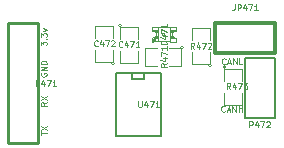
<source format=gto>
G04 (created by PCBNEW (2013-07-07 BZR 4022)-stable) date 25/01/2014 14:10:22*
%MOIN*%
G04 Gerber Fmt 3.4, Leading zero omitted, Abs format*
%FSLAX34Y34*%
G01*
G70*
G90*
G04 APERTURE LIST*
%ADD10C,0.00590551*%
%ADD11C,0.004*%
%ADD12C,0.0039*%
%ADD13C,0.0026*%
%ADD14C,0.002*%
%ADD15C,0.01*%
%ADD16C,0.006*%
%ADD17C,0.005*%
%ADD18C,0.012*%
%ADD19C,0.0043*%
G04 APERTURE END LIST*
G54D10*
G54D11*
X60493Y-71535D02*
X60484Y-71545D01*
X60456Y-71554D01*
X60437Y-71554D01*
X60409Y-71545D01*
X60390Y-71526D01*
X60381Y-71507D01*
X60371Y-71470D01*
X60371Y-71442D01*
X60381Y-71404D01*
X60390Y-71385D01*
X60409Y-71367D01*
X60437Y-71357D01*
X60456Y-71357D01*
X60484Y-71367D01*
X60493Y-71376D01*
X60568Y-71498D02*
X60662Y-71498D01*
X60549Y-71554D02*
X60615Y-71357D01*
X60681Y-71554D01*
X60746Y-71554D02*
X60746Y-71357D01*
X60859Y-71554D01*
X60859Y-71357D01*
X61047Y-71554D02*
X60953Y-71554D01*
X60953Y-71357D01*
X60470Y-73110D02*
X60460Y-73120D01*
X60432Y-73129D01*
X60413Y-73129D01*
X60385Y-73120D01*
X60366Y-73101D01*
X60357Y-73082D01*
X60348Y-73045D01*
X60348Y-73017D01*
X60357Y-72979D01*
X60366Y-72960D01*
X60385Y-72942D01*
X60413Y-72932D01*
X60432Y-72932D01*
X60460Y-72942D01*
X60470Y-72951D01*
X60545Y-73073D02*
X60639Y-73073D01*
X60526Y-73129D02*
X60592Y-72932D01*
X60657Y-73129D01*
X60723Y-73129D02*
X60723Y-72932D01*
X60836Y-73129D01*
X60836Y-72932D01*
X60929Y-73129D02*
X60929Y-72932D01*
X60929Y-73026D02*
X61042Y-73026D01*
X61042Y-73129D02*
X61042Y-72932D01*
X54332Y-73902D02*
X54332Y-73790D01*
X54529Y-73846D02*
X54332Y-73846D01*
X54332Y-73743D02*
X54529Y-73611D01*
X54332Y-73611D02*
X54529Y-73743D01*
X54529Y-72823D02*
X54435Y-72889D01*
X54529Y-72936D02*
X54332Y-72936D01*
X54332Y-72861D01*
X54342Y-72842D01*
X54351Y-72833D01*
X54370Y-72823D01*
X54398Y-72823D01*
X54417Y-72833D01*
X54426Y-72842D01*
X54435Y-72861D01*
X54435Y-72936D01*
X54332Y-72758D02*
X54529Y-72626D01*
X54332Y-72626D02*
X54529Y-72758D01*
X54342Y-71848D02*
X54332Y-71867D01*
X54332Y-71895D01*
X54342Y-71923D01*
X54360Y-71942D01*
X54379Y-71951D01*
X54417Y-71960D01*
X54445Y-71960D01*
X54482Y-71951D01*
X54501Y-71942D01*
X54520Y-71923D01*
X54529Y-71895D01*
X54529Y-71876D01*
X54520Y-71848D01*
X54510Y-71838D01*
X54445Y-71838D01*
X54445Y-71876D01*
X54529Y-71754D02*
X54332Y-71754D01*
X54529Y-71641D01*
X54332Y-71641D01*
X54529Y-71548D02*
X54332Y-71548D01*
X54332Y-71501D01*
X54342Y-71473D01*
X54360Y-71454D01*
X54379Y-71444D01*
X54417Y-71435D01*
X54445Y-71435D01*
X54482Y-71444D01*
X54501Y-71454D01*
X54520Y-71473D01*
X54529Y-71501D01*
X54529Y-71548D01*
X54332Y-70919D02*
X54332Y-70797D01*
X54407Y-70863D01*
X54407Y-70835D01*
X54417Y-70816D01*
X54426Y-70806D01*
X54445Y-70797D01*
X54492Y-70797D01*
X54510Y-70806D01*
X54520Y-70816D01*
X54529Y-70835D01*
X54529Y-70891D01*
X54520Y-70910D01*
X54510Y-70919D01*
X54510Y-70713D02*
X54520Y-70703D01*
X54529Y-70713D01*
X54520Y-70722D01*
X54510Y-70713D01*
X54529Y-70713D01*
X54332Y-70638D02*
X54332Y-70516D01*
X54407Y-70581D01*
X54407Y-70553D01*
X54417Y-70534D01*
X54426Y-70525D01*
X54445Y-70516D01*
X54492Y-70516D01*
X54510Y-70525D01*
X54520Y-70534D01*
X54529Y-70553D01*
X54529Y-70609D01*
X54520Y-70628D01*
X54510Y-70638D01*
X54398Y-70450D02*
X54529Y-70403D01*
X54398Y-70356D01*
G54D12*
X57025Y-70250D02*
G75*
G03X57025Y-70250I-50J0D01*
G74*
G01*
X56975Y-70700D02*
X56975Y-70300D01*
X56975Y-70300D02*
X57575Y-70300D01*
X57575Y-70300D02*
X57575Y-70700D01*
X57575Y-71100D02*
X57575Y-71500D01*
X57575Y-71500D02*
X56975Y-71500D01*
X56975Y-71500D02*
X56975Y-71100D01*
X56800Y-71525D02*
G75*
G03X56800Y-71525I-50J0D01*
G74*
G01*
X56750Y-71075D02*
X56750Y-71475D01*
X56750Y-71475D02*
X56150Y-71475D01*
X56150Y-71475D02*
X56150Y-71075D01*
X56150Y-70675D02*
X56150Y-70275D01*
X56150Y-70275D02*
X56750Y-70275D01*
X56750Y-70275D02*
X56750Y-70675D01*
G54D13*
X58254Y-70432D02*
X58254Y-70304D01*
X58254Y-70304D02*
X58057Y-70304D01*
X58057Y-70432D02*
X58057Y-70304D01*
X58254Y-70432D02*
X58057Y-70432D01*
X58254Y-70677D02*
X58254Y-70618D01*
X58254Y-70618D02*
X58155Y-70618D01*
X58155Y-70677D02*
X58155Y-70618D01*
X58254Y-70677D02*
X58155Y-70677D01*
X58254Y-70482D02*
X58254Y-70423D01*
X58254Y-70423D02*
X58155Y-70423D01*
X58155Y-70482D02*
X58155Y-70423D01*
X58254Y-70482D02*
X58155Y-70482D01*
X58254Y-70628D02*
X58254Y-70472D01*
X58254Y-70472D02*
X58185Y-70472D01*
X58185Y-70628D02*
X58185Y-70472D01*
X58254Y-70628D02*
X58185Y-70628D01*
X58843Y-70432D02*
X58843Y-70304D01*
X58843Y-70304D02*
X58646Y-70304D01*
X58646Y-70432D02*
X58646Y-70304D01*
X58843Y-70432D02*
X58646Y-70432D01*
X58843Y-70796D02*
X58843Y-70668D01*
X58843Y-70668D02*
X58646Y-70668D01*
X58646Y-70796D02*
X58646Y-70668D01*
X58843Y-70796D02*
X58646Y-70796D01*
X58745Y-70482D02*
X58745Y-70423D01*
X58745Y-70423D02*
X58646Y-70423D01*
X58646Y-70482D02*
X58646Y-70423D01*
X58745Y-70482D02*
X58646Y-70482D01*
X58745Y-70677D02*
X58745Y-70618D01*
X58745Y-70618D02*
X58646Y-70618D01*
X58646Y-70677D02*
X58646Y-70618D01*
X58745Y-70677D02*
X58646Y-70677D01*
X58715Y-70628D02*
X58715Y-70472D01*
X58715Y-70472D02*
X58646Y-70472D01*
X58646Y-70628D02*
X58646Y-70472D01*
X58715Y-70628D02*
X58646Y-70628D01*
X58450Y-70589D02*
X58450Y-70511D01*
X58450Y-70511D02*
X58372Y-70511D01*
X58372Y-70589D02*
X58372Y-70511D01*
X58450Y-70589D02*
X58372Y-70589D01*
X58254Y-70786D02*
X58254Y-70668D01*
X58254Y-70668D02*
X58136Y-70668D01*
X58136Y-70786D02*
X58136Y-70668D01*
X58254Y-70786D02*
X58136Y-70786D01*
X58086Y-70796D02*
X58086Y-70707D01*
X58086Y-70707D02*
X58057Y-70707D01*
X58057Y-70796D02*
X58057Y-70707D01*
X58086Y-70796D02*
X58057Y-70796D01*
G54D11*
X58244Y-70324D02*
X58656Y-70324D01*
X58646Y-70776D02*
X58086Y-70776D01*
G54D14*
X58144Y-70727D02*
G75*
G03X58144Y-70727I-28J0D01*
G74*
G01*
G54D11*
X58057Y-70687D02*
G75*
G03X58057Y-70413I0J137D01*
G74*
G01*
X58843Y-70413D02*
G75*
G03X58843Y-70687I0J-137D01*
G74*
G01*
G54D12*
X59100Y-71000D02*
G75*
G03X59100Y-71000I-50J0D01*
G74*
G01*
X58600Y-71000D02*
X59000Y-71000D01*
X59000Y-71000D02*
X59000Y-71600D01*
X59000Y-71600D02*
X58600Y-71600D01*
X58200Y-71600D02*
X57800Y-71600D01*
X57800Y-71600D02*
X57800Y-71000D01*
X57800Y-71000D02*
X58200Y-71000D01*
X60025Y-71600D02*
G75*
G03X60025Y-71600I-50J0D01*
G74*
G01*
X59975Y-71150D02*
X59975Y-71550D01*
X59975Y-71550D02*
X59375Y-71550D01*
X59375Y-71550D02*
X59375Y-71150D01*
X59375Y-70750D02*
X59375Y-70350D01*
X59375Y-70350D02*
X59975Y-70350D01*
X59975Y-70350D02*
X59975Y-70750D01*
G54D15*
X53250Y-74175D02*
X53250Y-70175D01*
X54250Y-74175D02*
X54250Y-70175D01*
X54250Y-70175D02*
X53250Y-70175D01*
X53250Y-74175D02*
X54250Y-74175D01*
G54D16*
X61125Y-71350D02*
X62125Y-71350D01*
X62125Y-71350D02*
X62125Y-73350D01*
X62125Y-73350D02*
X61125Y-73350D01*
X61125Y-73350D02*
X61125Y-71350D01*
G54D17*
X56875Y-71850D02*
X56825Y-71850D01*
X56825Y-71850D02*
X56825Y-73950D01*
X58325Y-73950D02*
X58325Y-71850D01*
X58325Y-71850D02*
X56875Y-71850D01*
X57775Y-71850D02*
X57775Y-72050D01*
X57775Y-72050D02*
X57375Y-72050D01*
X57375Y-72050D02*
X57375Y-71850D01*
X58325Y-73950D02*
X56825Y-73950D01*
G54D18*
X60150Y-71175D02*
X60150Y-70175D01*
X60150Y-70175D02*
X62150Y-70175D01*
X62150Y-70175D02*
X62150Y-71175D01*
X62150Y-71175D02*
X60150Y-71175D01*
G54D12*
X60500Y-71650D02*
G75*
G03X60500Y-71650I-50J0D01*
G74*
G01*
X60450Y-72100D02*
X60450Y-71700D01*
X60450Y-71700D02*
X61050Y-71700D01*
X61050Y-71700D02*
X61050Y-72100D01*
X61050Y-72500D02*
X61050Y-72900D01*
X61050Y-72900D02*
X60450Y-72900D01*
X60450Y-72900D02*
X60450Y-72500D01*
G54D11*
X57054Y-70960D02*
X57045Y-70970D01*
X57017Y-70979D01*
X56998Y-70979D01*
X56970Y-70970D01*
X56951Y-70951D01*
X56941Y-70932D01*
X56932Y-70895D01*
X56932Y-70867D01*
X56941Y-70829D01*
X56951Y-70810D01*
X56970Y-70792D01*
X56998Y-70782D01*
X57017Y-70782D01*
X57045Y-70792D01*
X57054Y-70801D01*
X57223Y-70848D02*
X57223Y-70979D01*
X57176Y-70773D02*
X57129Y-70914D01*
X57251Y-70914D01*
X57307Y-70782D02*
X57439Y-70782D01*
X57354Y-70979D01*
X57617Y-70979D02*
X57504Y-70979D01*
X57561Y-70979D02*
X57561Y-70782D01*
X57542Y-70810D01*
X57523Y-70829D01*
X57504Y-70839D01*
X56229Y-70935D02*
X56220Y-70945D01*
X56192Y-70954D01*
X56173Y-70954D01*
X56145Y-70945D01*
X56126Y-70926D01*
X56116Y-70907D01*
X56107Y-70870D01*
X56107Y-70842D01*
X56116Y-70804D01*
X56126Y-70785D01*
X56145Y-70767D01*
X56173Y-70757D01*
X56192Y-70757D01*
X56220Y-70767D01*
X56229Y-70776D01*
X56398Y-70823D02*
X56398Y-70954D01*
X56351Y-70748D02*
X56304Y-70889D01*
X56426Y-70889D01*
X56482Y-70757D02*
X56614Y-70757D01*
X56529Y-70954D01*
X56679Y-70776D02*
X56689Y-70767D01*
X56707Y-70757D01*
X56754Y-70757D01*
X56773Y-70767D01*
X56783Y-70776D01*
X56792Y-70795D01*
X56792Y-70814D01*
X56783Y-70842D01*
X56670Y-70954D01*
X56792Y-70954D01*
X58529Y-70883D02*
X58332Y-70883D01*
X58332Y-70836D01*
X58342Y-70807D01*
X58360Y-70789D01*
X58379Y-70779D01*
X58417Y-70770D01*
X58445Y-70770D01*
X58482Y-70779D01*
X58501Y-70789D01*
X58520Y-70807D01*
X58529Y-70836D01*
X58529Y-70883D01*
X58398Y-70601D02*
X58529Y-70601D01*
X58323Y-70648D02*
X58464Y-70695D01*
X58464Y-70573D01*
X58332Y-70517D02*
X58332Y-70385D01*
X58529Y-70470D01*
X58529Y-70207D02*
X58529Y-70320D01*
X58529Y-70263D02*
X58332Y-70263D01*
X58360Y-70282D01*
X58379Y-70301D01*
X58389Y-70320D01*
X58529Y-71520D02*
X58435Y-71586D01*
X58529Y-71633D02*
X58332Y-71633D01*
X58332Y-71557D01*
X58342Y-71539D01*
X58351Y-71529D01*
X58370Y-71520D01*
X58398Y-71520D01*
X58417Y-71529D01*
X58426Y-71539D01*
X58435Y-71557D01*
X58435Y-71633D01*
X58398Y-71351D02*
X58529Y-71351D01*
X58323Y-71398D02*
X58464Y-71445D01*
X58464Y-71323D01*
X58332Y-71267D02*
X58332Y-71135D01*
X58529Y-71220D01*
X58529Y-70957D02*
X58529Y-71070D01*
X58529Y-71013D02*
X58332Y-71013D01*
X58360Y-71032D01*
X58379Y-71051D01*
X58389Y-71070D01*
X59454Y-71029D02*
X59388Y-70935D01*
X59341Y-71029D02*
X59341Y-70832D01*
X59417Y-70832D01*
X59435Y-70842D01*
X59445Y-70851D01*
X59454Y-70870D01*
X59454Y-70898D01*
X59445Y-70917D01*
X59435Y-70926D01*
X59417Y-70935D01*
X59341Y-70935D01*
X59623Y-70898D02*
X59623Y-71029D01*
X59576Y-70823D02*
X59529Y-70964D01*
X59651Y-70964D01*
X59707Y-70832D02*
X59839Y-70832D01*
X59754Y-71029D01*
X59904Y-70851D02*
X59914Y-70842D01*
X59932Y-70832D01*
X59979Y-70832D01*
X59998Y-70842D01*
X60008Y-70851D01*
X60017Y-70870D01*
X60017Y-70889D01*
X60008Y-70917D01*
X59895Y-71029D01*
X60017Y-71029D01*
X54166Y-72279D02*
X54166Y-72082D01*
X54242Y-72082D01*
X54260Y-72092D01*
X54270Y-72101D01*
X54279Y-72120D01*
X54279Y-72148D01*
X54270Y-72167D01*
X54260Y-72176D01*
X54242Y-72185D01*
X54166Y-72185D01*
X54448Y-72148D02*
X54448Y-72279D01*
X54401Y-72073D02*
X54354Y-72214D01*
X54476Y-72214D01*
X54532Y-72082D02*
X54664Y-72082D01*
X54579Y-72279D01*
X54842Y-72279D02*
X54729Y-72279D01*
X54786Y-72279D02*
X54786Y-72082D01*
X54767Y-72110D01*
X54748Y-72129D01*
X54729Y-72139D01*
X61291Y-73654D02*
X61291Y-73457D01*
X61367Y-73457D01*
X61385Y-73467D01*
X61395Y-73476D01*
X61404Y-73495D01*
X61404Y-73523D01*
X61395Y-73542D01*
X61385Y-73551D01*
X61367Y-73560D01*
X61291Y-73560D01*
X61573Y-73523D02*
X61573Y-73654D01*
X61526Y-73448D02*
X61479Y-73589D01*
X61601Y-73589D01*
X61657Y-73457D02*
X61789Y-73457D01*
X61704Y-73654D01*
X61854Y-73476D02*
X61864Y-73467D01*
X61882Y-73457D01*
X61929Y-73457D01*
X61948Y-73467D01*
X61958Y-73476D01*
X61967Y-73495D01*
X61967Y-73514D01*
X61958Y-73542D01*
X61845Y-73654D01*
X61967Y-73654D01*
X57587Y-72782D02*
X57587Y-72942D01*
X57596Y-72960D01*
X57606Y-72970D01*
X57624Y-72979D01*
X57662Y-72979D01*
X57681Y-72970D01*
X57690Y-72960D01*
X57699Y-72942D01*
X57699Y-72782D01*
X57878Y-72848D02*
X57878Y-72979D01*
X57831Y-72773D02*
X57784Y-72914D01*
X57906Y-72914D01*
X57962Y-72782D02*
X58093Y-72782D01*
X58009Y-72979D01*
X58272Y-72979D02*
X58159Y-72979D01*
X58215Y-72979D02*
X58215Y-72782D01*
X58197Y-72810D01*
X58178Y-72829D01*
X58159Y-72839D01*
X60798Y-69557D02*
X60798Y-69698D01*
X60788Y-69726D01*
X60770Y-69745D01*
X60741Y-69754D01*
X60723Y-69754D01*
X60892Y-69754D02*
X60892Y-69557D01*
X60967Y-69557D01*
X60985Y-69567D01*
X60995Y-69576D01*
X61004Y-69595D01*
X61004Y-69623D01*
X60995Y-69642D01*
X60985Y-69651D01*
X60967Y-69660D01*
X60892Y-69660D01*
X61173Y-69623D02*
X61173Y-69754D01*
X61126Y-69548D02*
X61079Y-69689D01*
X61201Y-69689D01*
X61257Y-69557D02*
X61389Y-69557D01*
X61304Y-69754D01*
X61567Y-69754D02*
X61454Y-69754D01*
X61511Y-69754D02*
X61511Y-69557D01*
X61492Y-69585D01*
X61473Y-69604D01*
X61454Y-69614D01*
G54D19*
X60654Y-72379D02*
X60588Y-72285D01*
X60541Y-72379D02*
X60541Y-72182D01*
X60617Y-72182D01*
X60635Y-72192D01*
X60645Y-72201D01*
X60654Y-72220D01*
X60654Y-72248D01*
X60645Y-72267D01*
X60635Y-72276D01*
X60617Y-72285D01*
X60541Y-72285D01*
X60823Y-72248D02*
X60823Y-72379D01*
X60776Y-72173D02*
X60729Y-72314D01*
X60851Y-72314D01*
X60907Y-72182D02*
X61039Y-72182D01*
X60954Y-72379D01*
X61095Y-72182D02*
X61217Y-72182D01*
X61151Y-72257D01*
X61179Y-72257D01*
X61198Y-72267D01*
X61208Y-72276D01*
X61217Y-72295D01*
X61217Y-72342D01*
X61208Y-72360D01*
X61198Y-72370D01*
X61179Y-72379D01*
X61123Y-72379D01*
X61104Y-72370D01*
X61095Y-72360D01*
M02*

</source>
